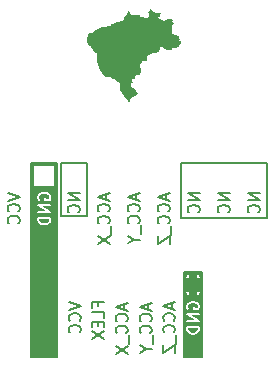
<source format=gbr>
%TF.GenerationSoftware,KiCad,Pcbnew,7.0.1*%
%TF.CreationDate,2023-05-06T15:32:37-03:00*%
%TF.ProjectId,Analog_Control,416e616c-6f67-45f4-936f-6e74726f6c2e,rev?*%
%TF.SameCoordinates,Original*%
%TF.FileFunction,Legend,Bot*%
%TF.FilePolarity,Positive*%
%FSLAX46Y46*%
G04 Gerber Fmt 4.6, Leading zero omitted, Abs format (unit mm)*
G04 Created by KiCad (PCBNEW 7.0.1) date 2023-05-06 15:32:37*
%MOMM*%
%LPD*%
G01*
G04 APERTURE LIST*
G04 Aperture macros list*
%AMRoundRect*
0 Rectangle with rounded corners*
0 $1 Rounding radius*
0 $2 $3 $4 $5 $6 $7 $8 $9 X,Y pos of 4 corners*
0 Add a 4 corners polygon primitive as box body*
4,1,4,$2,$3,$4,$5,$6,$7,$8,$9,$2,$3,0*
0 Add four circle primitives for the rounded corners*
1,1,$1+$1,$2,$3*
1,1,$1+$1,$4,$5*
1,1,$1+$1,$6,$7*
1,1,$1+$1,$8,$9*
0 Add four rect primitives between the rounded corners*
20,1,$1+$1,$2,$3,$4,$5,0*
20,1,$1+$1,$4,$5,$6,$7,0*
20,1,$1+$1,$6,$7,$8,$9,0*
20,1,$1+$1,$8,$9,$2,$3,0*%
G04 Aperture macros list end*
%ADD10C,0.150000*%
%ADD11C,0.200000*%
%ADD12O,1.200000X1.750000*%
%ADD13RoundRect,0.300000X-0.300000X-0.575000X0.300000X-0.575000X0.300000X0.575000X-0.300000X0.575000X0*%
%ADD14C,1.700000*%
%ADD15O,1.700000X1.700000*%
%ADD16R,1.700000X1.700000*%
G04 APERTURE END LIST*
D10*
X157683200Y-104343200D02*
X164896800Y-104343200D01*
X164896800Y-108966000D01*
X157683200Y-108966000D01*
X157683200Y-104343200D01*
X147523200Y-104343200D02*
X149656800Y-104343200D01*
X149656800Y-108864400D01*
X147523200Y-108864400D01*
X147523200Y-104343200D01*
D11*
X164292619Y-106910286D02*
X163292619Y-106910286D01*
X163292619Y-106910286D02*
X164292619Y-107481714D01*
X164292619Y-107481714D02*
X163292619Y-107481714D01*
X164197380Y-108529333D02*
X164245000Y-108481714D01*
X164245000Y-108481714D02*
X164292619Y-108338857D01*
X164292619Y-108338857D02*
X164292619Y-108243619D01*
X164292619Y-108243619D02*
X164245000Y-108100762D01*
X164245000Y-108100762D02*
X164149761Y-108005524D01*
X164149761Y-108005524D02*
X164054523Y-107957905D01*
X164054523Y-107957905D02*
X163864047Y-107910286D01*
X163864047Y-107910286D02*
X163721190Y-107910286D01*
X163721190Y-107910286D02*
X163530714Y-107957905D01*
X163530714Y-107957905D02*
X163435476Y-108005524D01*
X163435476Y-108005524D02*
X163340238Y-108100762D01*
X163340238Y-108100762D02*
X163292619Y-108243619D01*
X163292619Y-108243619D02*
X163292619Y-108338857D01*
X163292619Y-108338857D02*
X163340238Y-108481714D01*
X163340238Y-108481714D02*
X163387857Y-108529333D01*
X161752619Y-106910286D02*
X160752619Y-106910286D01*
X160752619Y-106910286D02*
X161752619Y-107481714D01*
X161752619Y-107481714D02*
X160752619Y-107481714D01*
X161657380Y-108529333D02*
X161705000Y-108481714D01*
X161705000Y-108481714D02*
X161752619Y-108338857D01*
X161752619Y-108338857D02*
X161752619Y-108243619D01*
X161752619Y-108243619D02*
X161705000Y-108100762D01*
X161705000Y-108100762D02*
X161609761Y-108005524D01*
X161609761Y-108005524D02*
X161514523Y-107957905D01*
X161514523Y-107957905D02*
X161324047Y-107910286D01*
X161324047Y-107910286D02*
X161181190Y-107910286D01*
X161181190Y-107910286D02*
X160990714Y-107957905D01*
X160990714Y-107957905D02*
X160895476Y-108005524D01*
X160895476Y-108005524D02*
X160800238Y-108100762D01*
X160800238Y-108100762D02*
X160752619Y-108243619D01*
X160752619Y-108243619D02*
X160752619Y-108338857D01*
X160752619Y-108338857D02*
X160800238Y-108481714D01*
X160800238Y-108481714D02*
X160847857Y-108529333D01*
X159212619Y-106910286D02*
X158212619Y-106910286D01*
X158212619Y-106910286D02*
X159212619Y-107481714D01*
X159212619Y-107481714D02*
X158212619Y-107481714D01*
X159117380Y-108529333D02*
X159165000Y-108481714D01*
X159165000Y-108481714D02*
X159212619Y-108338857D01*
X159212619Y-108338857D02*
X159212619Y-108243619D01*
X159212619Y-108243619D02*
X159165000Y-108100762D01*
X159165000Y-108100762D02*
X159069761Y-108005524D01*
X159069761Y-108005524D02*
X158974523Y-107957905D01*
X158974523Y-107957905D02*
X158784047Y-107910286D01*
X158784047Y-107910286D02*
X158641190Y-107910286D01*
X158641190Y-107910286D02*
X158450714Y-107957905D01*
X158450714Y-107957905D02*
X158355476Y-108005524D01*
X158355476Y-108005524D02*
X158260238Y-108100762D01*
X158260238Y-108100762D02*
X158212619Y-108243619D01*
X158212619Y-108243619D02*
X158212619Y-108338857D01*
X158212619Y-108338857D02*
X158260238Y-108481714D01*
X158260238Y-108481714D02*
X158307857Y-108529333D01*
X149052619Y-106910286D02*
X148052619Y-106910286D01*
X148052619Y-106910286D02*
X149052619Y-107481714D01*
X149052619Y-107481714D02*
X148052619Y-107481714D01*
X148957380Y-108529333D02*
X149005000Y-108481714D01*
X149005000Y-108481714D02*
X149052619Y-108338857D01*
X149052619Y-108338857D02*
X149052619Y-108243619D01*
X149052619Y-108243619D02*
X149005000Y-108100762D01*
X149005000Y-108100762D02*
X148909761Y-108005524D01*
X148909761Y-108005524D02*
X148814523Y-107957905D01*
X148814523Y-107957905D02*
X148624047Y-107910286D01*
X148624047Y-107910286D02*
X148481190Y-107910286D01*
X148481190Y-107910286D02*
X148290714Y-107957905D01*
X148290714Y-107957905D02*
X148195476Y-108005524D01*
X148195476Y-108005524D02*
X148100238Y-108100762D01*
X148100238Y-108100762D02*
X148052619Y-108243619D01*
X148052619Y-108243619D02*
X148052619Y-108338857D01*
X148052619Y-108338857D02*
X148100238Y-108481714D01*
X148100238Y-108481714D02*
X148147857Y-108529333D01*
X151306904Y-106972362D02*
X151306904Y-107448552D01*
X151592619Y-106877124D02*
X150592619Y-107210457D01*
X150592619Y-107210457D02*
X151592619Y-107543790D01*
X151497380Y-108448552D02*
X151545000Y-108400933D01*
X151545000Y-108400933D02*
X151592619Y-108258076D01*
X151592619Y-108258076D02*
X151592619Y-108162838D01*
X151592619Y-108162838D02*
X151545000Y-108019981D01*
X151545000Y-108019981D02*
X151449761Y-107924743D01*
X151449761Y-107924743D02*
X151354523Y-107877124D01*
X151354523Y-107877124D02*
X151164047Y-107829505D01*
X151164047Y-107829505D02*
X151021190Y-107829505D01*
X151021190Y-107829505D02*
X150830714Y-107877124D01*
X150830714Y-107877124D02*
X150735476Y-107924743D01*
X150735476Y-107924743D02*
X150640238Y-108019981D01*
X150640238Y-108019981D02*
X150592619Y-108162838D01*
X150592619Y-108162838D02*
X150592619Y-108258076D01*
X150592619Y-108258076D02*
X150640238Y-108400933D01*
X150640238Y-108400933D02*
X150687857Y-108448552D01*
X151497380Y-109448552D02*
X151545000Y-109400933D01*
X151545000Y-109400933D02*
X151592619Y-109258076D01*
X151592619Y-109258076D02*
X151592619Y-109162838D01*
X151592619Y-109162838D02*
X151545000Y-109019981D01*
X151545000Y-109019981D02*
X151449761Y-108924743D01*
X151449761Y-108924743D02*
X151354523Y-108877124D01*
X151354523Y-108877124D02*
X151164047Y-108829505D01*
X151164047Y-108829505D02*
X151021190Y-108829505D01*
X151021190Y-108829505D02*
X150830714Y-108877124D01*
X150830714Y-108877124D02*
X150735476Y-108924743D01*
X150735476Y-108924743D02*
X150640238Y-109019981D01*
X150640238Y-109019981D02*
X150592619Y-109162838D01*
X150592619Y-109162838D02*
X150592619Y-109258076D01*
X150592619Y-109258076D02*
X150640238Y-109400933D01*
X150640238Y-109400933D02*
X150687857Y-109448552D01*
X151687857Y-109639029D02*
X151687857Y-110400933D01*
X150592619Y-110543791D02*
X151592619Y-111210457D01*
X150592619Y-111210457D02*
X151592619Y-110543791D01*
X156386904Y-106972362D02*
X156386904Y-107448552D01*
X156672619Y-106877124D02*
X155672619Y-107210457D01*
X155672619Y-107210457D02*
X156672619Y-107543790D01*
X156577380Y-108448552D02*
X156625000Y-108400933D01*
X156625000Y-108400933D02*
X156672619Y-108258076D01*
X156672619Y-108258076D02*
X156672619Y-108162838D01*
X156672619Y-108162838D02*
X156625000Y-108019981D01*
X156625000Y-108019981D02*
X156529761Y-107924743D01*
X156529761Y-107924743D02*
X156434523Y-107877124D01*
X156434523Y-107877124D02*
X156244047Y-107829505D01*
X156244047Y-107829505D02*
X156101190Y-107829505D01*
X156101190Y-107829505D02*
X155910714Y-107877124D01*
X155910714Y-107877124D02*
X155815476Y-107924743D01*
X155815476Y-107924743D02*
X155720238Y-108019981D01*
X155720238Y-108019981D02*
X155672619Y-108162838D01*
X155672619Y-108162838D02*
X155672619Y-108258076D01*
X155672619Y-108258076D02*
X155720238Y-108400933D01*
X155720238Y-108400933D02*
X155767857Y-108448552D01*
X156577380Y-109448552D02*
X156625000Y-109400933D01*
X156625000Y-109400933D02*
X156672619Y-109258076D01*
X156672619Y-109258076D02*
X156672619Y-109162838D01*
X156672619Y-109162838D02*
X156625000Y-109019981D01*
X156625000Y-109019981D02*
X156529761Y-108924743D01*
X156529761Y-108924743D02*
X156434523Y-108877124D01*
X156434523Y-108877124D02*
X156244047Y-108829505D01*
X156244047Y-108829505D02*
X156101190Y-108829505D01*
X156101190Y-108829505D02*
X155910714Y-108877124D01*
X155910714Y-108877124D02*
X155815476Y-108924743D01*
X155815476Y-108924743D02*
X155720238Y-109019981D01*
X155720238Y-109019981D02*
X155672619Y-109162838D01*
X155672619Y-109162838D02*
X155672619Y-109258076D01*
X155672619Y-109258076D02*
X155720238Y-109400933D01*
X155720238Y-109400933D02*
X155767857Y-109448552D01*
X156767857Y-109639029D02*
X156767857Y-110400933D01*
X155672619Y-110543791D02*
X155672619Y-111210457D01*
X155672619Y-111210457D02*
X156672619Y-110543791D01*
X156672619Y-110543791D02*
X156672619Y-111210457D01*
X153846904Y-106969181D02*
X153846904Y-107445371D01*
X154132619Y-106873943D02*
X153132619Y-107207276D01*
X153132619Y-107207276D02*
X154132619Y-107540609D01*
X154037380Y-108445371D02*
X154085000Y-108397752D01*
X154085000Y-108397752D02*
X154132619Y-108254895D01*
X154132619Y-108254895D02*
X154132619Y-108159657D01*
X154132619Y-108159657D02*
X154085000Y-108016800D01*
X154085000Y-108016800D02*
X153989761Y-107921562D01*
X153989761Y-107921562D02*
X153894523Y-107873943D01*
X153894523Y-107873943D02*
X153704047Y-107826324D01*
X153704047Y-107826324D02*
X153561190Y-107826324D01*
X153561190Y-107826324D02*
X153370714Y-107873943D01*
X153370714Y-107873943D02*
X153275476Y-107921562D01*
X153275476Y-107921562D02*
X153180238Y-108016800D01*
X153180238Y-108016800D02*
X153132619Y-108159657D01*
X153132619Y-108159657D02*
X153132619Y-108254895D01*
X153132619Y-108254895D02*
X153180238Y-108397752D01*
X153180238Y-108397752D02*
X153227857Y-108445371D01*
X154037380Y-109445371D02*
X154085000Y-109397752D01*
X154085000Y-109397752D02*
X154132619Y-109254895D01*
X154132619Y-109254895D02*
X154132619Y-109159657D01*
X154132619Y-109159657D02*
X154085000Y-109016800D01*
X154085000Y-109016800D02*
X153989761Y-108921562D01*
X153989761Y-108921562D02*
X153894523Y-108873943D01*
X153894523Y-108873943D02*
X153704047Y-108826324D01*
X153704047Y-108826324D02*
X153561190Y-108826324D01*
X153561190Y-108826324D02*
X153370714Y-108873943D01*
X153370714Y-108873943D02*
X153275476Y-108921562D01*
X153275476Y-108921562D02*
X153180238Y-109016800D01*
X153180238Y-109016800D02*
X153132619Y-109159657D01*
X153132619Y-109159657D02*
X153132619Y-109254895D01*
X153132619Y-109254895D02*
X153180238Y-109397752D01*
X153180238Y-109397752D02*
X153227857Y-109445371D01*
X154227857Y-109635848D02*
X154227857Y-110397752D01*
X153656428Y-110826324D02*
X154132619Y-110826324D01*
X153132619Y-110492991D02*
X153656428Y-110826324D01*
X153656428Y-110826324D02*
X153132619Y-111159657D01*
X142972619Y-106870667D02*
X143972619Y-107204000D01*
X143972619Y-107204000D02*
X142972619Y-107537333D01*
X143877380Y-108442095D02*
X143925000Y-108394476D01*
X143925000Y-108394476D02*
X143972619Y-108251619D01*
X143972619Y-108251619D02*
X143972619Y-108156381D01*
X143972619Y-108156381D02*
X143925000Y-108013524D01*
X143925000Y-108013524D02*
X143829761Y-107918286D01*
X143829761Y-107918286D02*
X143734523Y-107870667D01*
X143734523Y-107870667D02*
X143544047Y-107823048D01*
X143544047Y-107823048D02*
X143401190Y-107823048D01*
X143401190Y-107823048D02*
X143210714Y-107870667D01*
X143210714Y-107870667D02*
X143115476Y-107918286D01*
X143115476Y-107918286D02*
X143020238Y-108013524D01*
X143020238Y-108013524D02*
X142972619Y-108156381D01*
X142972619Y-108156381D02*
X142972619Y-108251619D01*
X142972619Y-108251619D02*
X143020238Y-108394476D01*
X143020238Y-108394476D02*
X143067857Y-108442095D01*
X143877380Y-109442095D02*
X143925000Y-109394476D01*
X143925000Y-109394476D02*
X143972619Y-109251619D01*
X143972619Y-109251619D02*
X143972619Y-109156381D01*
X143972619Y-109156381D02*
X143925000Y-109013524D01*
X143925000Y-109013524D02*
X143829761Y-108918286D01*
X143829761Y-108918286D02*
X143734523Y-108870667D01*
X143734523Y-108870667D02*
X143544047Y-108823048D01*
X143544047Y-108823048D02*
X143401190Y-108823048D01*
X143401190Y-108823048D02*
X143210714Y-108870667D01*
X143210714Y-108870667D02*
X143115476Y-108918286D01*
X143115476Y-108918286D02*
X143020238Y-109013524D01*
X143020238Y-109013524D02*
X142972619Y-109156381D01*
X142972619Y-109156381D02*
X142972619Y-109251619D01*
X142972619Y-109251619D02*
X143020238Y-109394476D01*
X143020238Y-109394476D02*
X143067857Y-109442095D01*
D10*
X144983200Y-104343200D02*
X147116800Y-104343200D01*
X147116800Y-120802400D01*
X144983200Y-120802400D01*
X144983200Y-104343200D01*
G36*
X144983200Y-104343200D02*
G01*
X147116800Y-104343200D01*
X147116800Y-120802400D01*
X144983200Y-120802400D01*
X144983200Y-104343200D01*
G37*
D11*
X156844104Y-116217962D02*
X156844104Y-116694152D01*
X157129819Y-116122724D02*
X156129819Y-116456057D01*
X156129819Y-116456057D02*
X157129819Y-116789390D01*
X157034580Y-117694152D02*
X157082200Y-117646533D01*
X157082200Y-117646533D02*
X157129819Y-117503676D01*
X157129819Y-117503676D02*
X157129819Y-117408438D01*
X157129819Y-117408438D02*
X157082200Y-117265581D01*
X157082200Y-117265581D02*
X156986961Y-117170343D01*
X156986961Y-117170343D02*
X156891723Y-117122724D01*
X156891723Y-117122724D02*
X156701247Y-117075105D01*
X156701247Y-117075105D02*
X156558390Y-117075105D01*
X156558390Y-117075105D02*
X156367914Y-117122724D01*
X156367914Y-117122724D02*
X156272676Y-117170343D01*
X156272676Y-117170343D02*
X156177438Y-117265581D01*
X156177438Y-117265581D02*
X156129819Y-117408438D01*
X156129819Y-117408438D02*
X156129819Y-117503676D01*
X156129819Y-117503676D02*
X156177438Y-117646533D01*
X156177438Y-117646533D02*
X156225057Y-117694152D01*
X157034580Y-118694152D02*
X157082200Y-118646533D01*
X157082200Y-118646533D02*
X157129819Y-118503676D01*
X157129819Y-118503676D02*
X157129819Y-118408438D01*
X157129819Y-118408438D02*
X157082200Y-118265581D01*
X157082200Y-118265581D02*
X156986961Y-118170343D01*
X156986961Y-118170343D02*
X156891723Y-118122724D01*
X156891723Y-118122724D02*
X156701247Y-118075105D01*
X156701247Y-118075105D02*
X156558390Y-118075105D01*
X156558390Y-118075105D02*
X156367914Y-118122724D01*
X156367914Y-118122724D02*
X156272676Y-118170343D01*
X156272676Y-118170343D02*
X156177438Y-118265581D01*
X156177438Y-118265581D02*
X156129819Y-118408438D01*
X156129819Y-118408438D02*
X156129819Y-118503676D01*
X156129819Y-118503676D02*
X156177438Y-118646533D01*
X156177438Y-118646533D02*
X156225057Y-118694152D01*
X157225057Y-118884629D02*
X157225057Y-119646533D01*
X156129819Y-119789391D02*
X156129819Y-120456057D01*
X156129819Y-120456057D02*
X157129819Y-119789391D01*
X157129819Y-119789391D02*
X157129819Y-120456057D01*
X154862904Y-116265581D02*
X154862904Y-116741771D01*
X155148619Y-116170343D02*
X154148619Y-116503676D01*
X154148619Y-116503676D02*
X155148619Y-116837009D01*
X155053380Y-117741771D02*
X155101000Y-117694152D01*
X155101000Y-117694152D02*
X155148619Y-117551295D01*
X155148619Y-117551295D02*
X155148619Y-117456057D01*
X155148619Y-117456057D02*
X155101000Y-117313200D01*
X155101000Y-117313200D02*
X155005761Y-117217962D01*
X155005761Y-117217962D02*
X154910523Y-117170343D01*
X154910523Y-117170343D02*
X154720047Y-117122724D01*
X154720047Y-117122724D02*
X154577190Y-117122724D01*
X154577190Y-117122724D02*
X154386714Y-117170343D01*
X154386714Y-117170343D02*
X154291476Y-117217962D01*
X154291476Y-117217962D02*
X154196238Y-117313200D01*
X154196238Y-117313200D02*
X154148619Y-117456057D01*
X154148619Y-117456057D02*
X154148619Y-117551295D01*
X154148619Y-117551295D02*
X154196238Y-117694152D01*
X154196238Y-117694152D02*
X154243857Y-117741771D01*
X155053380Y-118741771D02*
X155101000Y-118694152D01*
X155101000Y-118694152D02*
X155148619Y-118551295D01*
X155148619Y-118551295D02*
X155148619Y-118456057D01*
X155148619Y-118456057D02*
X155101000Y-118313200D01*
X155101000Y-118313200D02*
X155005761Y-118217962D01*
X155005761Y-118217962D02*
X154910523Y-118170343D01*
X154910523Y-118170343D02*
X154720047Y-118122724D01*
X154720047Y-118122724D02*
X154577190Y-118122724D01*
X154577190Y-118122724D02*
X154386714Y-118170343D01*
X154386714Y-118170343D02*
X154291476Y-118217962D01*
X154291476Y-118217962D02*
X154196238Y-118313200D01*
X154196238Y-118313200D02*
X154148619Y-118456057D01*
X154148619Y-118456057D02*
X154148619Y-118551295D01*
X154148619Y-118551295D02*
X154196238Y-118694152D01*
X154196238Y-118694152D02*
X154243857Y-118741771D01*
X155243857Y-118932248D02*
X155243857Y-119694152D01*
X154672428Y-120122724D02*
X155148619Y-120122724D01*
X154148619Y-119789391D02*
X154672428Y-120122724D01*
X154672428Y-120122724D02*
X154148619Y-120456057D01*
X152830904Y-116268762D02*
X152830904Y-116744952D01*
X153116619Y-116173524D02*
X152116619Y-116506857D01*
X152116619Y-116506857D02*
X153116619Y-116840190D01*
X153021380Y-117744952D02*
X153069000Y-117697333D01*
X153069000Y-117697333D02*
X153116619Y-117554476D01*
X153116619Y-117554476D02*
X153116619Y-117459238D01*
X153116619Y-117459238D02*
X153069000Y-117316381D01*
X153069000Y-117316381D02*
X152973761Y-117221143D01*
X152973761Y-117221143D02*
X152878523Y-117173524D01*
X152878523Y-117173524D02*
X152688047Y-117125905D01*
X152688047Y-117125905D02*
X152545190Y-117125905D01*
X152545190Y-117125905D02*
X152354714Y-117173524D01*
X152354714Y-117173524D02*
X152259476Y-117221143D01*
X152259476Y-117221143D02*
X152164238Y-117316381D01*
X152164238Y-117316381D02*
X152116619Y-117459238D01*
X152116619Y-117459238D02*
X152116619Y-117554476D01*
X152116619Y-117554476D02*
X152164238Y-117697333D01*
X152164238Y-117697333D02*
X152211857Y-117744952D01*
X153021380Y-118744952D02*
X153069000Y-118697333D01*
X153069000Y-118697333D02*
X153116619Y-118554476D01*
X153116619Y-118554476D02*
X153116619Y-118459238D01*
X153116619Y-118459238D02*
X153069000Y-118316381D01*
X153069000Y-118316381D02*
X152973761Y-118221143D01*
X152973761Y-118221143D02*
X152878523Y-118173524D01*
X152878523Y-118173524D02*
X152688047Y-118125905D01*
X152688047Y-118125905D02*
X152545190Y-118125905D01*
X152545190Y-118125905D02*
X152354714Y-118173524D01*
X152354714Y-118173524D02*
X152259476Y-118221143D01*
X152259476Y-118221143D02*
X152164238Y-118316381D01*
X152164238Y-118316381D02*
X152116619Y-118459238D01*
X152116619Y-118459238D02*
X152116619Y-118554476D01*
X152116619Y-118554476D02*
X152164238Y-118697333D01*
X152164238Y-118697333D02*
X152211857Y-118744952D01*
X153211857Y-118935429D02*
X153211857Y-119697333D01*
X152116619Y-119840191D02*
X153116619Y-120506857D01*
X152116619Y-120506857D02*
X153116619Y-119840191D01*
X150611609Y-116462323D02*
X150611609Y-116128990D01*
X151135419Y-116128990D02*
X150135419Y-116128990D01*
X150135419Y-116128990D02*
X150135419Y-116605180D01*
X151135419Y-117462323D02*
X151135419Y-116986133D01*
X151135419Y-116986133D02*
X150135419Y-116986133D01*
X150611609Y-117795657D02*
X150611609Y-118128990D01*
X151135419Y-118271847D02*
X151135419Y-117795657D01*
X151135419Y-117795657D02*
X150135419Y-117795657D01*
X150135419Y-117795657D02*
X150135419Y-118271847D01*
X150135419Y-118605181D02*
X151135419Y-119271847D01*
X150135419Y-119271847D02*
X151135419Y-118605181D01*
X148154219Y-116116267D02*
X149154219Y-116449600D01*
X149154219Y-116449600D02*
X148154219Y-116782933D01*
X149058980Y-117687695D02*
X149106600Y-117640076D01*
X149106600Y-117640076D02*
X149154219Y-117497219D01*
X149154219Y-117497219D02*
X149154219Y-117401981D01*
X149154219Y-117401981D02*
X149106600Y-117259124D01*
X149106600Y-117259124D02*
X149011361Y-117163886D01*
X149011361Y-117163886D02*
X148916123Y-117116267D01*
X148916123Y-117116267D02*
X148725647Y-117068648D01*
X148725647Y-117068648D02*
X148582790Y-117068648D01*
X148582790Y-117068648D02*
X148392314Y-117116267D01*
X148392314Y-117116267D02*
X148297076Y-117163886D01*
X148297076Y-117163886D02*
X148201838Y-117259124D01*
X148201838Y-117259124D02*
X148154219Y-117401981D01*
X148154219Y-117401981D02*
X148154219Y-117497219D01*
X148154219Y-117497219D02*
X148201838Y-117640076D01*
X148201838Y-117640076D02*
X148249457Y-117687695D01*
X149058980Y-118687695D02*
X149106600Y-118640076D01*
X149106600Y-118640076D02*
X149154219Y-118497219D01*
X149154219Y-118497219D02*
X149154219Y-118401981D01*
X149154219Y-118401981D02*
X149106600Y-118259124D01*
X149106600Y-118259124D02*
X149011361Y-118163886D01*
X149011361Y-118163886D02*
X148916123Y-118116267D01*
X148916123Y-118116267D02*
X148725647Y-118068648D01*
X148725647Y-118068648D02*
X148582790Y-118068648D01*
X148582790Y-118068648D02*
X148392314Y-118116267D01*
X148392314Y-118116267D02*
X148297076Y-118163886D01*
X148297076Y-118163886D02*
X148201838Y-118259124D01*
X148201838Y-118259124D02*
X148154219Y-118401981D01*
X148154219Y-118401981D02*
X148154219Y-118497219D01*
X148154219Y-118497219D02*
X148201838Y-118640076D01*
X148201838Y-118640076D02*
X148249457Y-118687695D01*
D10*
X157886400Y-113588800D02*
X159461200Y-113588800D01*
X159461200Y-120802400D01*
X157886400Y-120802400D01*
X157886400Y-113588800D01*
G36*
X157886400Y-113588800D02*
G01*
X159461200Y-113588800D01*
X159461200Y-120802400D01*
X157886400Y-120802400D01*
X157886400Y-113588800D01*
G37*
%TO.C,G\u002A\u002A\u002A*%
G36*
X155100535Y-91319402D02*
G01*
X155118876Y-91337713D01*
X155134826Y-91377433D01*
X155153646Y-91423175D01*
X155183102Y-91459489D01*
X155223329Y-91478210D01*
X155234980Y-91482136D01*
X155270892Y-91500720D01*
X155308390Y-91526600D01*
X155324633Y-91538168D01*
X155374449Y-91565171D01*
X155425412Y-91584117D01*
X155446714Y-91590391D01*
X155503982Y-91611298D01*
X155556294Y-91634947D01*
X155578924Y-91646482D01*
X155610179Y-91659878D01*
X155638375Y-91665455D01*
X155670521Y-91663230D01*
X155713621Y-91653218D01*
X155774683Y-91635435D01*
X155823057Y-91622060D01*
X155888581Y-91608236D01*
X155939363Y-91603142D01*
X155972188Y-91607012D01*
X155983844Y-91620083D01*
X155980540Y-91631284D01*
X155961240Y-91656660D01*
X155931952Y-91681851D01*
X155901100Y-91698839D01*
X155893196Y-91702370D01*
X155882927Y-91717467D01*
X155886062Y-91747746D01*
X155889855Y-91779824D01*
X155887239Y-91833406D01*
X155876535Y-91884555D01*
X155859523Y-91921611D01*
X155848953Y-91931605D01*
X155816466Y-91951251D01*
X155775136Y-91968632D01*
X155709274Y-91990928D01*
X155817146Y-92101728D01*
X155820578Y-92105247D01*
X155874379Y-92158230D01*
X155917220Y-92194941D01*
X155954190Y-92219301D01*
X155990380Y-92235233D01*
X156029347Y-92249025D01*
X156086897Y-92269874D01*
X156143079Y-92290642D01*
X156230414Y-92323345D01*
X156293309Y-92289863D01*
X156318588Y-92277065D01*
X156352424Y-92262181D01*
X156372400Y-92256382D01*
X156385692Y-92246485D01*
X156396444Y-92220432D01*
X156399633Y-92206640D01*
X156423784Y-92136737D01*
X156455938Y-92091633D01*
X156467481Y-92081990D01*
X156481633Y-92077629D01*
X156498942Y-92087267D01*
X156527007Y-92113215D01*
X156541528Y-92127014D01*
X156565004Y-92145448D01*
X156582271Y-92148779D01*
X156601293Y-92139865D01*
X156621444Y-92130955D01*
X156633823Y-92133679D01*
X156641872Y-92151826D01*
X156656539Y-92167376D01*
X156681407Y-92177103D01*
X156721790Y-92182895D01*
X156783003Y-92186637D01*
X156807782Y-92187858D01*
X156866301Y-92191405D01*
X156916151Y-92195291D01*
X156948604Y-92198872D01*
X156972648Y-92203534D01*
X156985609Y-92212826D01*
X156989396Y-92233710D01*
X156987822Y-92273438D01*
X156983896Y-92341353D01*
X156926512Y-92336999D01*
X156913278Y-92336273D01*
X156873603Y-92340560D01*
X156855265Y-92357541D01*
X156856321Y-92388648D01*
X156856415Y-92388997D01*
X156873947Y-92409526D01*
X156914312Y-92421675D01*
X156920835Y-92422857D01*
X156962278Y-92435544D01*
X156994220Y-92452909D01*
X156996587Y-92454834D01*
X157010845Y-92468643D01*
X157016236Y-92484294D01*
X157013471Y-92509593D01*
X157003258Y-92552347D01*
X157002423Y-92555620D01*
X156987950Y-92601697D01*
X156971457Y-92629285D01*
X156948765Y-92645530D01*
X156936070Y-92653337D01*
X156909759Y-92684371D01*
X156885167Y-92737119D01*
X156881344Y-92747246D01*
X156872529Y-92772700D01*
X156866518Y-92797015D01*
X156863126Y-92824730D01*
X156862169Y-92860382D01*
X156863464Y-92908510D01*
X156866827Y-92973651D01*
X156872074Y-93060344D01*
X156877099Y-93137334D01*
X156882712Y-93215238D01*
X156888142Y-93283157D01*
X156892957Y-93335719D01*
X156896726Y-93367550D01*
X156906002Y-93426376D01*
X156972164Y-93422102D01*
X156975310Y-93421905D01*
X157018569Y-93421997D01*
X157049296Y-93431112D01*
X157079848Y-93452768D01*
X157089400Y-93460034D01*
X157137913Y-93485403D01*
X157196432Y-93503294D01*
X157228288Y-93511697D01*
X157295261Y-93540278D01*
X157372212Y-93587012D01*
X157398056Y-93604709D01*
X157437708Y-93634025D01*
X157461819Y-93657088D01*
X157475003Y-93678825D01*
X157481872Y-93704167D01*
X157482399Y-93706910D01*
X157495943Y-93750504D01*
X157515146Y-93787890D01*
X157530569Y-93814653D01*
X157537912Y-93857568D01*
X157520287Y-93897758D01*
X157516204Y-93903379D01*
X157501393Y-93937525D01*
X157511226Y-93963263D01*
X157546136Y-93982000D01*
X157549154Y-93983011D01*
X157597142Y-94005910D01*
X157623158Y-94036571D01*
X157630988Y-94079338D01*
X157630993Y-94080339D01*
X157636898Y-94115094D01*
X157650597Y-94138831D01*
X157661127Y-94149874D01*
X157670205Y-94169732D01*
X157668704Y-94178000D01*
X157653514Y-94208498D01*
X157625769Y-94248433D01*
X157590193Y-94291865D01*
X157551512Y-94332857D01*
X157514452Y-94365469D01*
X157508949Y-94369697D01*
X157466215Y-94406814D01*
X157444386Y-94438121D01*
X157441174Y-94468904D01*
X157454292Y-94504445D01*
X157466140Y-94529617D01*
X157467142Y-94544380D01*
X157454936Y-94552262D01*
X157434697Y-94555252D01*
X157401699Y-94551655D01*
X157389192Y-94549292D01*
X157334216Y-94552878D01*
X157280839Y-94574627D01*
X157240075Y-94610530D01*
X157229193Y-94624724D01*
X157210505Y-94641781D01*
X157187389Y-94646391D01*
X157149231Y-94642261D01*
X157085661Y-94625796D01*
X157025685Y-94592426D01*
X156964991Y-94538407D01*
X156948990Y-94522319D01*
X156925144Y-94500390D01*
X156912596Y-94491791D01*
X156910501Y-94496715D01*
X156907358Y-94522408D01*
X156904809Y-94565121D01*
X156903266Y-94619248D01*
X156902412Y-94649776D01*
X156898814Y-94707328D01*
X156893343Y-94754779D01*
X156886802Y-94784106D01*
X156876448Y-94805979D01*
X156860210Y-94816055D01*
X156830065Y-94812309D01*
X156829981Y-94812291D01*
X156800526Y-94808043D01*
X156751744Y-94803278D01*
X156690397Y-94798575D01*
X156623245Y-94794518D01*
X156583372Y-94792338D01*
X156525052Y-94788231D01*
X156484020Y-94783131D01*
X156454495Y-94775848D01*
X156430698Y-94765193D01*
X156406845Y-94749974D01*
X156390326Y-94739276D01*
X156355641Y-94721179D01*
X156330987Y-94714024D01*
X156317707Y-94708443D01*
X156288588Y-94687214D01*
X156250256Y-94653827D01*
X156207500Y-94612228D01*
X156171931Y-94576466D01*
X156132738Y-94540392D01*
X156099874Y-94516320D01*
X156066980Y-94499801D01*
X156027697Y-94486383D01*
X155989313Y-94476143D01*
X155937395Y-94465494D01*
X155896971Y-94460722D01*
X155846582Y-94459109D01*
X155844318Y-94531008D01*
X155844296Y-94531683D01*
X155841579Y-94582069D01*
X155836708Y-94644765D01*
X155830721Y-94706362D01*
X155819389Y-94809816D01*
X155741478Y-94881305D01*
X155692063Y-94923528D01*
X155621984Y-94970150D01*
X155559180Y-94993851D01*
X155502032Y-94995401D01*
X155462145Y-94992554D01*
X155404102Y-94999051D01*
X155351879Y-95015561D01*
X155315367Y-95039734D01*
X155290325Y-95057586D01*
X155255796Y-95066984D01*
X155255783Y-95066984D01*
X155227349Y-95073259D01*
X155185681Y-95089696D01*
X155139796Y-95112738D01*
X155119872Y-95123608D01*
X155072780Y-95145247D01*
X155030832Y-95155745D01*
X154982371Y-95158492D01*
X154936939Y-95160649D01*
X154896102Y-95170772D01*
X154857956Y-95192315D01*
X154857175Y-95192856D01*
X154830577Y-95213354D01*
X154815018Y-95234041D01*
X154806271Y-95263552D01*
X154800113Y-95310522D01*
X154797077Y-95351162D01*
X154796347Y-95405199D01*
X154799416Y-95447061D01*
X154802617Y-95478316D01*
X154796519Y-95504740D01*
X154775841Y-95528794D01*
X154763168Y-95542891D01*
X154744767Y-95580256D01*
X154732875Y-95636224D01*
X154729396Y-95665077D01*
X154725908Y-95686378D01*
X154718748Y-95700610D01*
X154704172Y-95708826D01*
X154678438Y-95712079D01*
X154637800Y-95711420D01*
X154578515Y-95707904D01*
X154496840Y-95702581D01*
X154349773Y-95693401D01*
X154349773Y-95773375D01*
X154349494Y-95808397D01*
X154346482Y-95835279D01*
X154337417Y-95857769D01*
X154318975Y-95881363D01*
X154287835Y-95911558D01*
X154240675Y-95953848D01*
X154211450Y-95991838D01*
X154191812Y-96052942D01*
X154188848Y-96127879D01*
X154202632Y-96213157D01*
X154233240Y-96305285D01*
X154240121Y-96324072D01*
X154243734Y-96356274D01*
X154233681Y-96394456D01*
X154224528Y-96424196D01*
X154225272Y-96446225D01*
X154238920Y-96466040D01*
X154247840Y-96476737D01*
X154254436Y-96492797D01*
X154251576Y-96515349D01*
X154239297Y-96553348D01*
X154235654Y-96565118D01*
X154224914Y-96613898D01*
X154215720Y-96674884D01*
X154209747Y-96737635D01*
X154208269Y-96759818D01*
X154203539Y-96811704D01*
X154197343Y-96844959D01*
X154188284Y-96865230D01*
X154174963Y-96878165D01*
X154169695Y-96881179D01*
X154135371Y-96890635D01*
X154085862Y-96896040D01*
X154029374Y-96897412D01*
X153974114Y-96894772D01*
X153928286Y-96888137D01*
X153900097Y-96877526D01*
X153886750Y-96868779D01*
X153867258Y-96866506D01*
X153839774Y-96879714D01*
X153836112Y-96881934D01*
X153803075Y-96909761D01*
X153779048Y-96948872D01*
X153761813Y-97004186D01*
X153749152Y-97080620D01*
X153746957Y-97098334D01*
X153741039Y-97148472D01*
X153736913Y-97187085D01*
X153735362Y-97206972D01*
X153725658Y-97224835D01*
X153701870Y-97245300D01*
X153698661Y-97247388D01*
X153675475Y-97259405D01*
X153654434Y-97258794D01*
X153622991Y-97245601D01*
X153583043Y-97229123D01*
X153549440Y-97225054D01*
X153527470Y-97239541D01*
X153512314Y-97273811D01*
X153510791Y-97279065D01*
X153504556Y-97313986D01*
X153507244Y-97351064D01*
X153519470Y-97401268D01*
X153528792Y-97436870D01*
X153538905Y-97483928D01*
X153543686Y-97518090D01*
X153544103Y-97528457D01*
X153540903Y-97548310D01*
X153525637Y-97557318D01*
X153491270Y-97561278D01*
X153481943Y-97562055D01*
X153445940Y-97569225D01*
X153422564Y-97586007D01*
X153406932Y-97617885D01*
X153394160Y-97670346D01*
X153390186Y-97694632D01*
X153389906Y-97769947D01*
X153408105Y-97835217D01*
X153443563Y-97885140D01*
X153464819Y-97902281D01*
X153505092Y-97929983D01*
X153549912Y-97957200D01*
X153550993Y-97957813D01*
X153598277Y-97988737D01*
X153651855Y-98029705D01*
X153700335Y-98072021D01*
X153702045Y-98073663D01*
X153731291Y-98104364D01*
X153769779Y-98148215D01*
X153814609Y-98201534D01*
X153862877Y-98260643D01*
X153911682Y-98321860D01*
X153958121Y-98381508D01*
X153999292Y-98435906D01*
X154032293Y-98481374D01*
X154054222Y-98514233D01*
X154062177Y-98530803D01*
X154054549Y-98535798D01*
X154025772Y-98538309D01*
X153980473Y-98536234D01*
X153965416Y-98534954D01*
X153925588Y-98533110D01*
X153898731Y-98537953D01*
X153874664Y-98552801D01*
X153843211Y-98580969D01*
X153831344Y-98592434D01*
X153798323Y-98633127D01*
X153787653Y-98666966D01*
X153787402Y-98674084D01*
X153778802Y-98696104D01*
X153755887Y-98699747D01*
X153715843Y-98685747D01*
X153710411Y-98683347D01*
X153688759Y-98677981D01*
X153669775Y-98686356D01*
X153644066Y-98711892D01*
X153634393Y-98721920D01*
X153607717Y-98744454D01*
X153588743Y-98753448D01*
X153582495Y-98754788D01*
X153557269Y-98767964D01*
X153525912Y-98790659D01*
X153515449Y-98799026D01*
X153479990Y-98825148D01*
X153451644Y-98843083D01*
X153432804Y-98858393D01*
X153404389Y-98890287D01*
X153375158Y-98930134D01*
X153361266Y-98951260D01*
X153342356Y-98983827D01*
X153333565Y-99011578D01*
X153332480Y-99044780D01*
X153336686Y-99093702D01*
X153340181Y-99141625D01*
X153338515Y-99182268D01*
X153329869Y-99204746D01*
X153319038Y-99215350D01*
X153294446Y-99222447D01*
X153264201Y-99208579D01*
X153224933Y-99172718D01*
X153218798Y-99166079D01*
X153178600Y-99112434D01*
X153138663Y-99040365D01*
X153096888Y-98946162D01*
X153086450Y-98929069D01*
X153057318Y-98897733D01*
X153019871Y-98867818D01*
X152962808Y-98826331D01*
X152912006Y-98781463D01*
X152867467Y-98730928D01*
X152825515Y-98669957D01*
X152782475Y-98593779D01*
X152734672Y-98497625D01*
X152729311Y-98486415D01*
X152690367Y-98407154D01*
X152658354Y-98347090D01*
X152630578Y-98301783D01*
X152604347Y-98266796D01*
X152576966Y-98237690D01*
X152545332Y-98208657D01*
X152518633Y-98186666D01*
X152504538Y-98178255D01*
X152497376Y-98176356D01*
X152480315Y-98154355D01*
X152465837Y-98109613D01*
X152454297Y-98044531D01*
X152446055Y-97961509D01*
X152441468Y-97862947D01*
X152440893Y-97751244D01*
X152442820Y-97605293D01*
X152354731Y-97511914D01*
X152313268Y-97469510D01*
X152214830Y-97380681D01*
X152117571Y-97308801D01*
X152024130Y-97255472D01*
X151937147Y-97222299D01*
X151859260Y-97210885D01*
X151826019Y-97209120D01*
X151799051Y-97199554D01*
X151779590Y-97177865D01*
X151753451Y-97144290D01*
X151719777Y-97117317D01*
X151675368Y-97097714D01*
X151615090Y-97083264D01*
X151533811Y-97071751D01*
X151486130Y-97066913D01*
X151424596Y-97062543D01*
X151373445Y-97060993D01*
X151340436Y-97062630D01*
X151308335Y-97066410D01*
X151248117Y-97062917D01*
X151204001Y-97041587D01*
X151172923Y-97001300D01*
X151147391Y-96964060D01*
X151095892Y-96923894D01*
X151058502Y-96903035D01*
X151025502Y-96875669D01*
X151006966Y-96841887D01*
X150996816Y-96793701D01*
X150996743Y-96793172D01*
X150990712Y-96761674D01*
X150980244Y-96730447D01*
X150963020Y-96695309D01*
X150936719Y-96652073D01*
X150899022Y-96596557D01*
X150847609Y-96524575D01*
X150802256Y-96458762D01*
X150753851Y-96376063D01*
X150725195Y-96306934D01*
X150715654Y-96250051D01*
X150712756Y-96203633D01*
X150690518Y-96121496D01*
X150645275Y-96049312D01*
X150631206Y-96031585D01*
X150611747Y-95999026D01*
X150600465Y-95961345D01*
X150593508Y-95908033D01*
X150587244Y-95860101D01*
X150574321Y-95790567D01*
X150558950Y-95727559D01*
X150557142Y-95721243D01*
X150546157Y-95680682D01*
X150538418Y-95644703D01*
X150533649Y-95608194D01*
X150531571Y-95566040D01*
X150531908Y-95513128D01*
X150534382Y-95444346D01*
X150538715Y-95354580D01*
X150539888Y-95330841D01*
X150542995Y-95244760D01*
X150541986Y-95179176D01*
X150535405Y-95129601D01*
X150521798Y-95091546D01*
X150499709Y-95060523D01*
X150467682Y-95032044D01*
X150424263Y-95001621D01*
X150401721Y-94986244D01*
X150366752Y-94959396D01*
X150335634Y-94929770D01*
X150305124Y-94893313D01*
X150271979Y-94845974D01*
X150232957Y-94783702D01*
X150184814Y-94702444D01*
X150148537Y-94645457D01*
X150103735Y-94586933D01*
X150062624Y-94545573D01*
X150041106Y-94527487D01*
X149982903Y-94473850D01*
X149921701Y-94411966D01*
X149862050Y-94346910D01*
X149808503Y-94283758D01*
X149765608Y-94227583D01*
X149737917Y-94183460D01*
X149736902Y-94181434D01*
X149718630Y-94134452D01*
X149700575Y-94071642D01*
X149684946Y-94002675D01*
X149673950Y-93937226D01*
X149669794Y-93884965D01*
X149669916Y-93880598D01*
X149675194Y-93842853D01*
X149686707Y-93791855D01*
X149702308Y-93737348D01*
X149704777Y-93729472D01*
X149720080Y-93673448D01*
X149730988Y-93621242D01*
X149735277Y-93583247D01*
X149737597Y-93556126D01*
X149752734Y-93498156D01*
X149778012Y-93443730D01*
X149808797Y-93404142D01*
X149832509Y-93391309D01*
X149875523Y-93381885D01*
X149940581Y-93376143D01*
X149956165Y-93375258D01*
X149999985Y-93371554D01*
X150036319Y-93364826D01*
X150070953Y-93352692D01*
X150109678Y-93332766D01*
X150158280Y-93302666D01*
X150222547Y-93260008D01*
X150238743Y-93248641D01*
X150286783Y-93211711D01*
X150340873Y-93166840D01*
X150392102Y-93121316D01*
X150458282Y-93064333D01*
X150578161Y-92981396D01*
X150701114Y-92920721D01*
X150824582Y-92883467D01*
X150946003Y-92870792D01*
X150967464Y-92870032D01*
X151023592Y-92863162D01*
X151072287Y-92851463D01*
X151104305Y-92842180D01*
X151159137Y-92829716D01*
X151214811Y-92820013D01*
X151256990Y-92812266D01*
X151307634Y-92798817D01*
X151344619Y-92784331D01*
X151393739Y-92766601D01*
X151466245Y-92759898D01*
X151542950Y-92770174D01*
X151615471Y-92797036D01*
X151685235Y-92833163D01*
X151674298Y-92802956D01*
X151667449Y-92780639D01*
X151662070Y-92715137D01*
X151679068Y-92657606D01*
X151716676Y-92611986D01*
X151773131Y-92582218D01*
X151784834Y-92578220D01*
X151825505Y-92562459D01*
X151877904Y-92540555D01*
X151933650Y-92515968D01*
X151967644Y-92501305D01*
X152051409Y-92470007D01*
X152140075Y-92442330D01*
X152226518Y-92420190D01*
X152303619Y-92405501D01*
X152364255Y-92400180D01*
X152385813Y-92400471D01*
X152416906Y-92404993D01*
X152437746Y-92419388D01*
X152459059Y-92449202D01*
X152465079Y-92458315D01*
X152489813Y-92491181D01*
X152515692Y-92520391D01*
X152538372Y-92541736D01*
X152553512Y-92551002D01*
X152556770Y-92543978D01*
X152552412Y-92528832D01*
X152541433Y-92493859D01*
X152527270Y-92450616D01*
X152514586Y-92406305D01*
X152510705Y-92365175D01*
X152521912Y-92341983D01*
X152548617Y-92334507D01*
X152574337Y-92330493D01*
X152622282Y-92315221D01*
X152679655Y-92291413D01*
X152739244Y-92262129D01*
X152793838Y-92230429D01*
X152824956Y-92208160D01*
X152860376Y-92169988D01*
X152870008Y-92133977D01*
X152853741Y-92100369D01*
X152849351Y-92094928D01*
X152837048Y-92062832D01*
X152835851Y-92013211D01*
X152836961Y-91998084D01*
X152841794Y-91969113D01*
X152853445Y-91946627D01*
X152876728Y-91923394D01*
X152916461Y-91892183D01*
X152956515Y-91859986D01*
X152994781Y-91821733D01*
X153024315Y-91779106D01*
X153049820Y-91725035D01*
X153076004Y-91652448D01*
X153084220Y-91628712D01*
X153118170Y-91547629D01*
X153153507Y-91488740D01*
X153189107Y-91454012D01*
X153204401Y-91450166D01*
X153233459Y-91462119D01*
X153266087Y-91493020D01*
X153299727Y-91539169D01*
X153331825Y-91596865D01*
X153359823Y-91662407D01*
X153381166Y-91732094D01*
X153393547Y-91778054D01*
X153406730Y-91808350D01*
X153425275Y-91828743D01*
X153454302Y-91847300D01*
X153463172Y-91852128D01*
X153517221Y-91872809D01*
X153561597Y-91874363D01*
X153592505Y-91856535D01*
X153604937Y-91846495D01*
X153629142Y-91841476D01*
X153667460Y-91845347D01*
X153725105Y-91858173D01*
X153729392Y-91859090D01*
X153772931Y-91856812D01*
X153833387Y-91836912D01*
X153854861Y-91828284D01*
X153893444Y-91816126D01*
X153924484Y-91814106D01*
X153958922Y-91820824D01*
X154006236Y-91827906D01*
X154058119Y-91824428D01*
X154096950Y-91818005D01*
X154125414Y-91822681D01*
X154136824Y-91843645D01*
X154134780Y-91883677D01*
X154126537Y-91938644D01*
X154257048Y-91947197D01*
X154264329Y-91947688D01*
X154339821Y-91955131D01*
X154393881Y-91965845D01*
X154430761Y-91980650D01*
X154435856Y-91983494D01*
X154472573Y-92001839D01*
X154522437Y-92024627D01*
X154576186Y-92047593D01*
X154644603Y-92071669D01*
X154712552Y-92083280D01*
X154769170Y-92076303D01*
X154818243Y-92050790D01*
X154836367Y-92036498D01*
X154850785Y-92021353D01*
X154864491Y-92000032D01*
X154881258Y-91966627D01*
X154904861Y-91915233D01*
X154913497Y-91895453D01*
X154931371Y-91841807D01*
X154935873Y-91792625D01*
X154926998Y-91738934D01*
X154904741Y-91671758D01*
X154889247Y-91624562D01*
X154879607Y-91581424D01*
X154878843Y-91553815D01*
X154882937Y-91544357D01*
X154905266Y-91517419D01*
X154938286Y-91491480D01*
X154938862Y-91491116D01*
X154971583Y-91467230D01*
X154986675Y-91444589D01*
X154990329Y-91413971D01*
X154994627Y-91381289D01*
X155018446Y-91342606D01*
X155062399Y-91320482D01*
X155074055Y-91317978D01*
X155100535Y-91319402D01*
G37*
%TD*%
%LPC*%
D11*
X145611038Y-107442095D02*
X145563419Y-107346857D01*
X145563419Y-107346857D02*
X145563419Y-107204000D01*
X145563419Y-107204000D02*
X145611038Y-107061143D01*
X145611038Y-107061143D02*
X145706276Y-106965905D01*
X145706276Y-106965905D02*
X145801514Y-106918286D01*
X145801514Y-106918286D02*
X145991990Y-106870667D01*
X145991990Y-106870667D02*
X146134847Y-106870667D01*
X146134847Y-106870667D02*
X146325323Y-106918286D01*
X146325323Y-106918286D02*
X146420561Y-106965905D01*
X146420561Y-106965905D02*
X146515800Y-107061143D01*
X146515800Y-107061143D02*
X146563419Y-107204000D01*
X146563419Y-107204000D02*
X146563419Y-107299238D01*
X146563419Y-107299238D02*
X146515800Y-107442095D01*
X146515800Y-107442095D02*
X146468180Y-107489714D01*
X146468180Y-107489714D02*
X146134847Y-107489714D01*
X146134847Y-107489714D02*
X146134847Y-107299238D01*
X146563419Y-107918286D02*
X145563419Y-107918286D01*
X145563419Y-107918286D02*
X146563419Y-108489714D01*
X146563419Y-108489714D02*
X145563419Y-108489714D01*
X146563419Y-108965905D02*
X145563419Y-108965905D01*
X145563419Y-108965905D02*
X145563419Y-109204000D01*
X145563419Y-109204000D02*
X145611038Y-109346857D01*
X145611038Y-109346857D02*
X145706276Y-109442095D01*
X145706276Y-109442095D02*
X145801514Y-109489714D01*
X145801514Y-109489714D02*
X145991990Y-109537333D01*
X145991990Y-109537333D02*
X146134847Y-109537333D01*
X146134847Y-109537333D02*
X146325323Y-109489714D01*
X146325323Y-109489714D02*
X146420561Y-109442095D01*
X146420561Y-109442095D02*
X146515800Y-109346857D01*
X146515800Y-109346857D02*
X146563419Y-109204000D01*
X146563419Y-109204000D02*
X146563419Y-108965905D01*
X158209438Y-116687695D02*
X158161819Y-116592457D01*
X158161819Y-116592457D02*
X158161819Y-116449600D01*
X158161819Y-116449600D02*
X158209438Y-116306743D01*
X158209438Y-116306743D02*
X158304676Y-116211505D01*
X158304676Y-116211505D02*
X158399914Y-116163886D01*
X158399914Y-116163886D02*
X158590390Y-116116267D01*
X158590390Y-116116267D02*
X158733247Y-116116267D01*
X158733247Y-116116267D02*
X158923723Y-116163886D01*
X158923723Y-116163886D02*
X159018961Y-116211505D01*
X159018961Y-116211505D02*
X159114200Y-116306743D01*
X159114200Y-116306743D02*
X159161819Y-116449600D01*
X159161819Y-116449600D02*
X159161819Y-116544838D01*
X159161819Y-116544838D02*
X159114200Y-116687695D01*
X159114200Y-116687695D02*
X159066580Y-116735314D01*
X159066580Y-116735314D02*
X158733247Y-116735314D01*
X158733247Y-116735314D02*
X158733247Y-116544838D01*
X159161819Y-117163886D02*
X158161819Y-117163886D01*
X158161819Y-117163886D02*
X159161819Y-117735314D01*
X159161819Y-117735314D02*
X158161819Y-117735314D01*
X159161819Y-118211505D02*
X158161819Y-118211505D01*
X158161819Y-118211505D02*
X158161819Y-118449600D01*
X158161819Y-118449600D02*
X158209438Y-118592457D01*
X158209438Y-118592457D02*
X158304676Y-118687695D01*
X158304676Y-118687695D02*
X158399914Y-118735314D01*
X158399914Y-118735314D02*
X158590390Y-118782933D01*
X158590390Y-118782933D02*
X158733247Y-118782933D01*
X158733247Y-118782933D02*
X158923723Y-118735314D01*
X158923723Y-118735314D02*
X159018961Y-118687695D01*
X159018961Y-118687695D02*
X159114200Y-118592457D01*
X159114200Y-118592457D02*
X159161819Y-118449600D01*
X159161819Y-118449600D02*
X159161819Y-118211505D01*
D12*
%TO.C,J1*%
X148670000Y-114644000D03*
X150670000Y-114644000D03*
X152670000Y-114644000D03*
X154670000Y-114644000D03*
X156670000Y-114644000D03*
D13*
X158670000Y-114644000D03*
%TD*%
D14*
%TO.C,J2*%
X163830000Y-105410000D03*
D15*
X161290000Y-105410000D03*
X158750000Y-105410000D03*
X156210000Y-105410000D03*
X153670000Y-105410000D03*
X151130000Y-105410000D03*
X148590000Y-105410000D03*
D16*
X146050000Y-105410000D03*
D15*
X143510000Y-105410000D03*
%TD*%
M02*

</source>
